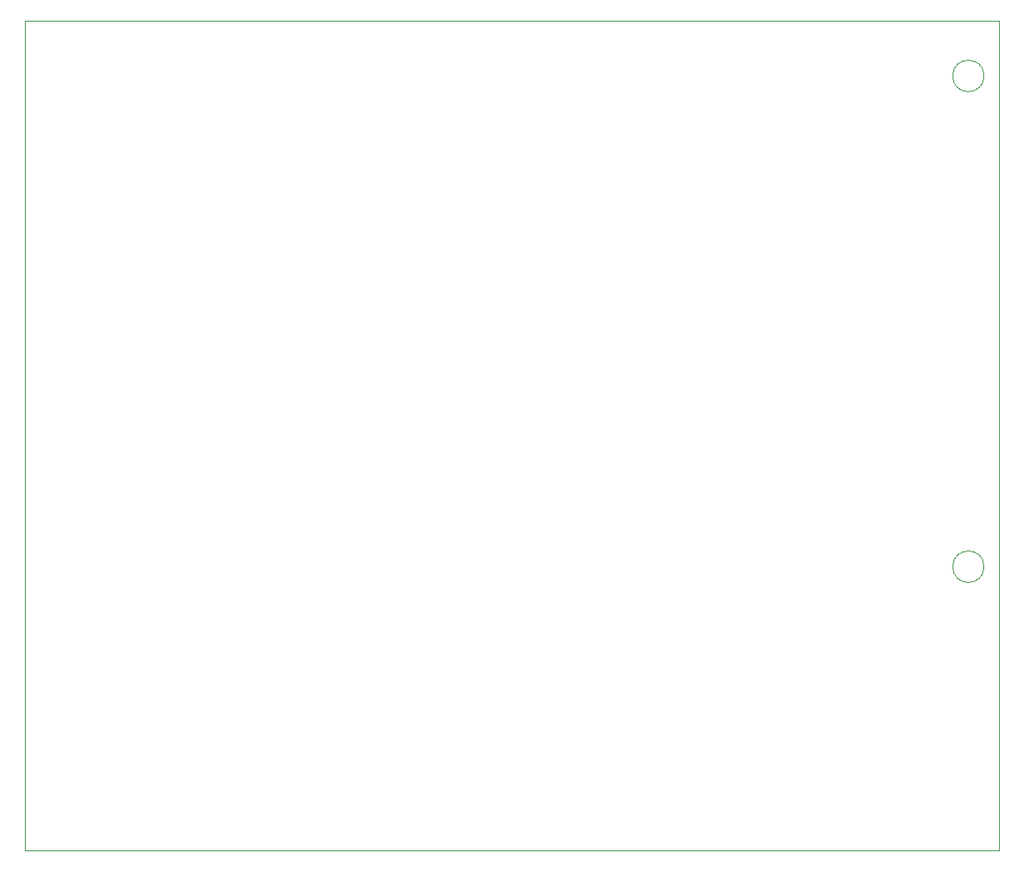
<source format=gbr>
%TF.GenerationSoftware,KiCad,Pcbnew,(6.0.7)*%
%TF.CreationDate,2023-04-15T21:14:02+02:00*%
%TF.ProjectId,LED board,4c454420-626f-4617-9264-2e6b69636164,rev?*%
%TF.SameCoordinates,Original*%
%TF.FileFunction,Profile,NP*%
%FSLAX46Y46*%
G04 Gerber Fmt 4.6, Leading zero omitted, Abs format (unit mm)*
G04 Created by KiCad (PCBNEW (6.0.7)) date 2023-04-15 21:14:02*
%MOMM*%
%LPD*%
G01*
G04 APERTURE LIST*
%TA.AperFunction,Profile*%
%ADD10C,0.100000*%
%TD*%
G04 APERTURE END LIST*
D10*
X117094000Y-150114000D02*
X216408000Y-150114000D01*
X216408000Y-150114000D02*
X216408000Y-65532000D01*
X216408000Y-65532000D02*
X117094000Y-65532000D01*
X117094000Y-65532000D02*
X117094000Y-150114000D01*
X214884000Y-71120000D02*
G75*
G03*
X214884000Y-71120000I-1600000J0D01*
G01*
X214884000Y-121158000D02*
G75*
G03*
X214884000Y-121158000I-1600000J0D01*
G01*
M02*

</source>
